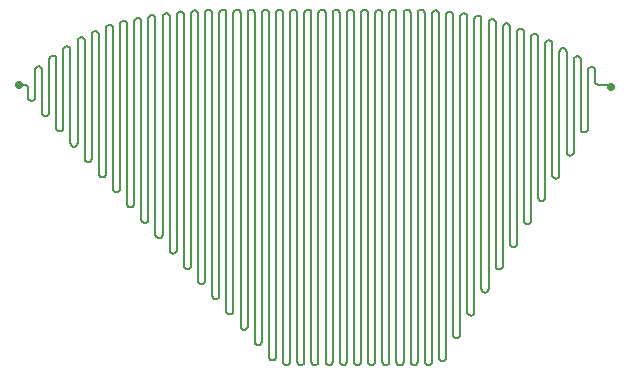
<source format=gbr>
G04 #@! TF.GenerationSoftware,KiCad,Pcbnew,(5.1.5)-3*
G04 #@! TF.CreationDate,2021-10-24T21:58:59+02:00*
G04 #@! TF.ProjectId,seg3,73656733-2e6b-4696-9361-645f70636258,1*
G04 #@! TF.SameCoordinates,Original*
G04 #@! TF.FileFunction,Copper,L1,Top*
G04 #@! TF.FilePolarity,Positive*
%FSLAX46Y46*%
G04 Gerber Fmt 4.6, Leading zero omitted, Abs format (unit mm)*
G04 Created by KiCad (PCBNEW (5.1.5)-3) date 2021-10-24 21:58:59*
%MOMM*%
%LPD*%
G04 APERTURE LIST*
%ADD10C,0.700000*%
%ADD11C,0.152400*%
G04 APERTURE END LIST*
D10*
X162630994Y-77536077D03*
X112530535Y-77339131D03*
D11*
X160140781Y-81276177D02*
X160188284Y-81323680D01*
X160105040Y-81219296D02*
X160140781Y-81276177D01*
X160667809Y-81155887D02*
X160675331Y-81089131D01*
X160082852Y-81155887D02*
X160105040Y-81219296D01*
X161267809Y-76072375D02*
X161275331Y-76139131D01*
X160075331Y-81089131D02*
X160082852Y-81155887D01*
X160075331Y-75239131D02*
X160075331Y-81089131D01*
X162539830Y-77444913D02*
X162630994Y-77536077D01*
X160067809Y-75172375D02*
X160075331Y-75239131D01*
X161388284Y-77273681D02*
X161445165Y-77309422D01*
X160045621Y-75108966D02*
X160067809Y-75172375D01*
X160609880Y-81276177D02*
X160645621Y-81219296D01*
X160009880Y-75052085D02*
X160045621Y-75108966D01*
X159962377Y-75004582D02*
X160009880Y-75052085D01*
X161209880Y-75952085D02*
X161245621Y-76008966D01*
X159905496Y-74968841D02*
X159962377Y-75004582D01*
X161105496Y-75868841D02*
X161162377Y-75904582D01*
X159842087Y-74946653D02*
X159905496Y-74968841D01*
X160562377Y-81323680D02*
X160609880Y-81276177D01*
X159775331Y-74939131D02*
X159842087Y-74946653D01*
X160245165Y-81359421D02*
X160308574Y-81381609D01*
X159708574Y-74946653D02*
X159775331Y-74939131D01*
X160188284Y-81323680D02*
X160245165Y-81359421D01*
X159645165Y-74968841D02*
X159708574Y-74946653D01*
X159588284Y-75004582D02*
X159645165Y-74968841D01*
X159540781Y-75052085D02*
X159588284Y-75004582D01*
X159505040Y-75108966D02*
X159540781Y-75052085D01*
X159482852Y-75172375D02*
X159505040Y-75108966D01*
X159475331Y-75239131D02*
X159482852Y-75172375D01*
X161162377Y-75904582D02*
X161209880Y-75952085D01*
X159475331Y-83039131D02*
X159475331Y-75239131D01*
X159467809Y-83105887D02*
X159475331Y-83039131D01*
X159445621Y-83169296D02*
X159467809Y-83105887D01*
X159409880Y-83226177D02*
X159445621Y-83169296D01*
X159362377Y-83273680D02*
X159409880Y-83226177D01*
X159305496Y-83309421D02*
X159362377Y-83273680D01*
X159242087Y-83331609D02*
X159305496Y-83309421D01*
X159175331Y-83339131D02*
X159242087Y-83331609D01*
X159108574Y-83331609D02*
X159175331Y-83339131D01*
X161305040Y-77169297D02*
X161340781Y-77226178D01*
X159045165Y-83309421D02*
X159108574Y-83331609D01*
X160845165Y-75868841D02*
X160908574Y-75846653D01*
X158988284Y-83273680D02*
X159045165Y-83309421D01*
X158940781Y-83226177D02*
X158988284Y-83273680D01*
X158905040Y-83169296D02*
X158940781Y-83226177D01*
X158882852Y-83105887D02*
X158905040Y-83169296D01*
X158875331Y-83039131D02*
X158882852Y-83105887D01*
X161275331Y-77039131D02*
X161282852Y-77105888D01*
X158875331Y-74539131D02*
X158875331Y-83039131D01*
X158867809Y-74472375D02*
X158875331Y-74539131D01*
X158845621Y-74408966D02*
X158867809Y-74472375D01*
X158809880Y-74352085D02*
X158845621Y-74408966D01*
X158762377Y-74304582D02*
X158809880Y-74352085D01*
X158705496Y-74268841D02*
X158762377Y-74304582D01*
X158642087Y-74246653D02*
X158705496Y-74268841D01*
X161508574Y-77331610D02*
X161575331Y-77339131D01*
X158575331Y-74239131D02*
X158642087Y-74246653D01*
X158508574Y-74246653D02*
X158575331Y-74239131D01*
X158445165Y-74268841D02*
X158508574Y-74246653D01*
X161245621Y-76008966D02*
X161267809Y-76072375D01*
X158388284Y-74304582D02*
X158445165Y-74268841D01*
X158340781Y-74352085D02*
X158388284Y-74304582D01*
X158305040Y-74408966D02*
X158340781Y-74352085D01*
X158282852Y-74472375D02*
X158305040Y-74408966D01*
X158275331Y-74539131D02*
X158282852Y-74472375D01*
X161275331Y-76139131D02*
X161275331Y-77039131D01*
X158275331Y-84989131D02*
X158275331Y-74539131D01*
X160645621Y-81219296D02*
X160667809Y-81155887D01*
X158267809Y-85055887D02*
X158275331Y-84989131D01*
X160908574Y-75846653D02*
X160975331Y-75839131D01*
X158245621Y-85119296D02*
X158267809Y-85055887D01*
X158209880Y-85176177D02*
X158245621Y-85119296D01*
X158162377Y-85223680D02*
X158209880Y-85176177D01*
X158105496Y-85259421D02*
X158162377Y-85223680D01*
X160788284Y-75904582D02*
X160845165Y-75868841D01*
X158042087Y-85281609D02*
X158105496Y-85259421D01*
X157975331Y-85289131D02*
X158042087Y-85281609D01*
X160442087Y-81381609D02*
X160505496Y-81359421D01*
X157908574Y-85281609D02*
X157975331Y-85289131D01*
X157845165Y-85259421D02*
X157908574Y-85281609D01*
X157788284Y-85223680D02*
X157845165Y-85259421D01*
X161340781Y-77226178D02*
X161388284Y-77273681D01*
X157740781Y-85176177D02*
X157788284Y-85223680D01*
X157705040Y-85119296D02*
X157740781Y-85176177D01*
X157682852Y-85055887D02*
X157705040Y-85119296D01*
X160740781Y-75952085D02*
X160788284Y-75904582D01*
X157675331Y-84989131D02*
X157682852Y-85055887D01*
X160675331Y-76139131D02*
X160682852Y-76072375D01*
X157675331Y-73889131D02*
X157675331Y-84989131D01*
X157667809Y-73822375D02*
X157675331Y-73889131D01*
X157645621Y-73758966D02*
X157667809Y-73822375D01*
X160308574Y-81381609D02*
X160375331Y-81389131D01*
X157609880Y-73702085D02*
X157645621Y-73758966D01*
X157562377Y-73654582D02*
X157609880Y-73702085D01*
X157505496Y-73618841D02*
X157562377Y-73654582D01*
X161575331Y-77339131D02*
X162434048Y-77339131D01*
X157442087Y-73596653D02*
X157505496Y-73618841D01*
X157375331Y-73589131D02*
X157442087Y-73596653D01*
X161445165Y-77309422D02*
X161508574Y-77331610D01*
X157308574Y-73596653D02*
X157375331Y-73589131D01*
X157245165Y-73618841D02*
X157308574Y-73596653D01*
X157188284Y-73654582D02*
X157245165Y-73618841D01*
X157140781Y-73702085D02*
X157188284Y-73654582D01*
X160375331Y-81389131D02*
X160442087Y-81381609D01*
X157105040Y-73758966D02*
X157140781Y-73702085D01*
X157082852Y-73822375D02*
X157105040Y-73758966D01*
X161282852Y-77105888D02*
X161305040Y-77169297D01*
X157075331Y-73889131D02*
X157082852Y-73822375D01*
X157075331Y-86889131D02*
X157075331Y-73889131D01*
X157067809Y-86955887D02*
X157075331Y-86889131D01*
X157045621Y-87019296D02*
X157067809Y-86955887D01*
X157009880Y-87076177D02*
X157045621Y-87019296D01*
X156962377Y-87123680D02*
X157009880Y-87076177D01*
X156905496Y-87159421D02*
X156962377Y-87123680D01*
X156842087Y-87181609D02*
X156905496Y-87159421D01*
X160505496Y-81359421D02*
X160562377Y-81323680D01*
X156775331Y-87189131D02*
X156842087Y-87181609D01*
X156708574Y-87181609D02*
X156775331Y-87189131D01*
X156645165Y-87159421D02*
X156708574Y-87181609D01*
X156588284Y-87123680D02*
X156645165Y-87159421D01*
X156540781Y-87076177D02*
X156588284Y-87123680D01*
X156505040Y-87019296D02*
X156540781Y-87076177D01*
X156482852Y-86955887D02*
X156505040Y-87019296D01*
X156475331Y-86889131D02*
X156482852Y-86955887D01*
X160975331Y-75839131D02*
X161042087Y-75846653D01*
X156475331Y-73339131D02*
X156475331Y-86889131D01*
X156467809Y-73272375D02*
X156475331Y-73339131D01*
X156445621Y-73208966D02*
X156467809Y-73272375D01*
X156409880Y-73152085D02*
X156445621Y-73208966D01*
X156362377Y-73104582D02*
X156409880Y-73152085D01*
X156305496Y-73068841D02*
X156362377Y-73104582D01*
X160675331Y-81089131D02*
X160675331Y-76139131D01*
X156242087Y-73046653D02*
X156305496Y-73068841D01*
X156175331Y-73039131D02*
X156242087Y-73046653D01*
X156108574Y-73046653D02*
X156175331Y-73039131D01*
X160682852Y-76072375D02*
X160705040Y-76008966D01*
X156045165Y-73068841D02*
X156108574Y-73046653D01*
X155988284Y-73104582D02*
X156045165Y-73068841D01*
X155940781Y-73152085D02*
X155988284Y-73104582D01*
X155905040Y-73208966D02*
X155940781Y-73152085D01*
X155882852Y-73272375D02*
X155905040Y-73208966D01*
X155875331Y-73339131D02*
X155882852Y-73272375D01*
X155875331Y-88839131D02*
X155875331Y-73339131D01*
X155867809Y-88905887D02*
X155875331Y-88839131D01*
X155845621Y-88969296D02*
X155867809Y-88905887D01*
X155809880Y-89026177D02*
X155845621Y-88969296D01*
X155762377Y-89073680D02*
X155809880Y-89026177D01*
X162434048Y-77339131D02*
X162539830Y-77444913D01*
X155705496Y-89109421D02*
X155762377Y-89073680D01*
X155642087Y-89131609D02*
X155705496Y-89109421D01*
X155575331Y-89139131D02*
X155642087Y-89131609D01*
X155508574Y-89131609D02*
X155575331Y-89139131D01*
X161042087Y-75846653D02*
X161105496Y-75868841D01*
X155445165Y-89109421D02*
X155508574Y-89131609D01*
X155388284Y-89073680D02*
X155445165Y-89109421D01*
X155340781Y-89026177D02*
X155388284Y-89073680D01*
X155305040Y-88969296D02*
X155340781Y-89026177D01*
X155282852Y-88905887D02*
X155305040Y-88969296D01*
X155275331Y-88839131D02*
X155282852Y-88905887D01*
X155275331Y-72889131D02*
X155275331Y-88839131D01*
X160705040Y-76008966D02*
X160740781Y-75952085D01*
X155267809Y-72822375D02*
X155275331Y-72889131D01*
X155245621Y-72758966D02*
X155267809Y-72822375D01*
X155209880Y-72702085D02*
X155245621Y-72758966D01*
X155162377Y-72654582D02*
X155209880Y-72702085D01*
X155105496Y-72618841D02*
X155162377Y-72654582D01*
X155042087Y-72596653D02*
X155105496Y-72618841D01*
X154975331Y-72589131D02*
X155042087Y-72596653D01*
X154908574Y-72596653D02*
X154975331Y-72589131D01*
X154845165Y-72618841D02*
X154908574Y-72596653D01*
X154788284Y-72654582D02*
X154845165Y-72618841D01*
X154740781Y-72702085D02*
X154788284Y-72654582D01*
X154705040Y-72758966D02*
X154740781Y-72702085D01*
X154682852Y-72822375D02*
X154705040Y-72758966D01*
X154675331Y-72889131D02*
X154682852Y-72822375D01*
X154675331Y-90789131D02*
X154675331Y-72889131D01*
X154667809Y-90855887D02*
X154675331Y-90789131D01*
X154645621Y-90919296D02*
X154667809Y-90855887D01*
X154609880Y-90976177D02*
X154645621Y-90919296D01*
X154562377Y-91023680D02*
X154609880Y-90976177D01*
X154505496Y-91059421D02*
X154562377Y-91023680D01*
X154442087Y-91081609D02*
X154505496Y-91059421D01*
X154375331Y-91089131D02*
X154442087Y-91081609D01*
X154308574Y-91081609D02*
X154375331Y-91089131D01*
X154245165Y-91059421D02*
X154308574Y-91081609D01*
X154188284Y-91023680D02*
X154245165Y-91059421D01*
X154140781Y-90976177D02*
X154188284Y-91023680D01*
X154105040Y-90919296D02*
X154140781Y-90976177D01*
X154082852Y-90855887D02*
X154105040Y-90919296D01*
X154075331Y-90789131D02*
X154082852Y-90855887D01*
X154075331Y-72439131D02*
X154075331Y-90789131D01*
X154067809Y-72372375D02*
X154075331Y-72439131D01*
X154045621Y-72308966D02*
X154067809Y-72372375D01*
X154009880Y-72252085D02*
X154045621Y-72308966D01*
X153962377Y-72204582D02*
X154009880Y-72252085D01*
X153905496Y-72168841D02*
X153962377Y-72204582D01*
X153842087Y-72146653D02*
X153905496Y-72168841D01*
X153775331Y-72139131D02*
X153842087Y-72146653D01*
X153708574Y-72146653D02*
X153775331Y-72139131D01*
X153645165Y-72168841D02*
X153708574Y-72146653D01*
X153588284Y-72204582D02*
X153645165Y-72168841D01*
X153540781Y-72252085D02*
X153588284Y-72204582D01*
X153505040Y-72308966D02*
X153540781Y-72252085D01*
X153482852Y-72372375D02*
X153505040Y-72308966D01*
X153475331Y-72439131D02*
X153482852Y-72372375D01*
X153475331Y-92689131D02*
X153475331Y-72439131D01*
X153467809Y-92755887D02*
X153475331Y-92689131D01*
X153445621Y-92819296D02*
X153467809Y-92755887D01*
X153409880Y-92876177D02*
X153445621Y-92819296D01*
X153362377Y-92923680D02*
X153409880Y-92876177D01*
X153305496Y-92959421D02*
X153362377Y-92923680D01*
X153242087Y-92981609D02*
X153305496Y-92959421D01*
X153175331Y-92989131D02*
X153242087Y-92981609D01*
X153108574Y-92981609D02*
X153175331Y-92989131D01*
X153045165Y-92959421D02*
X153108574Y-92981609D01*
X152988284Y-92923680D02*
X153045165Y-92959421D01*
X152940781Y-92876177D02*
X152988284Y-92923680D01*
X152905040Y-92819296D02*
X152940781Y-92876177D01*
X152882852Y-92755887D02*
X152905040Y-92819296D01*
X152875331Y-92689131D02*
X152882852Y-92755887D01*
X152875331Y-72089131D02*
X152875331Y-92689131D01*
X152867809Y-72022375D02*
X152875331Y-72089131D01*
X152845621Y-71958966D02*
X152867809Y-72022375D01*
X152809880Y-71902085D02*
X152845621Y-71958966D01*
X152762377Y-71854582D02*
X152809880Y-71902085D01*
X152705496Y-71818841D02*
X152762377Y-71854582D01*
X152642087Y-71796653D02*
X152705496Y-71818841D01*
X152575331Y-71789131D02*
X152642087Y-71796653D01*
X152508574Y-71796653D02*
X152575331Y-71789131D01*
X152445165Y-71818841D02*
X152508574Y-71796653D01*
X152388284Y-71854582D02*
X152445165Y-71818841D01*
X152340781Y-71902085D02*
X152388284Y-71854582D01*
X152305040Y-71958966D02*
X152340781Y-71902085D01*
X152282852Y-72022375D02*
X152305040Y-71958966D01*
X152275331Y-72089131D02*
X152282852Y-72022375D01*
X152275331Y-94639131D02*
X152275331Y-72089131D01*
X152267809Y-94705887D02*
X152275331Y-94639131D01*
X152245621Y-94769296D02*
X152267809Y-94705887D01*
X152209880Y-94826177D02*
X152245621Y-94769296D01*
X152162377Y-94873680D02*
X152209880Y-94826177D01*
X152105496Y-94909421D02*
X152162377Y-94873680D01*
X152042087Y-94931609D02*
X152105496Y-94909421D01*
X151975331Y-94939131D02*
X152042087Y-94931609D01*
X151908574Y-94931609D02*
X151975331Y-94939131D01*
X151845165Y-94909421D02*
X151908574Y-94931609D01*
X151788284Y-94873680D02*
X151845165Y-94909421D01*
X151740781Y-94826177D02*
X151788284Y-94873680D01*
X151705040Y-94769296D02*
X151740781Y-94826177D01*
X151682852Y-94705887D02*
X151705040Y-94769296D01*
X151675331Y-94639131D02*
X151682852Y-94705887D01*
X151675331Y-71789131D02*
X151675331Y-94639131D01*
X151667809Y-71722375D02*
X151675331Y-71789131D01*
X151645621Y-71658966D02*
X151667809Y-71722375D01*
X151609880Y-71602085D02*
X151645621Y-71658966D01*
X151562377Y-71554582D02*
X151609880Y-71602085D01*
X151505496Y-71518841D02*
X151562377Y-71554582D01*
X151442087Y-71496653D02*
X151505496Y-71518841D01*
X151375331Y-71489131D02*
X151442087Y-71496653D01*
X151308574Y-71496653D02*
X151375331Y-71489131D01*
X151245165Y-71518841D02*
X151308574Y-71496653D01*
X151188284Y-71554582D02*
X151245165Y-71518841D01*
X151140781Y-71602085D02*
X151188284Y-71554582D01*
X151105040Y-71658966D02*
X151140781Y-71602085D01*
X151082852Y-71722375D02*
X151105040Y-71658966D01*
X151075331Y-71789131D02*
X151082852Y-71722375D01*
X151075331Y-96589131D02*
X151075331Y-71789131D01*
X151067809Y-96655887D02*
X151075331Y-96589131D01*
X151045621Y-96719296D02*
X151067809Y-96655887D01*
X151009880Y-96776177D02*
X151045621Y-96719296D01*
X150962377Y-96823680D02*
X151009880Y-96776177D01*
X150905496Y-96859421D02*
X150962377Y-96823680D01*
X150842087Y-96881609D02*
X150905496Y-96859421D01*
X150775331Y-96889131D02*
X150842087Y-96881609D01*
X150708574Y-96881609D02*
X150775331Y-96889131D01*
X150645165Y-96859421D02*
X150708574Y-96881609D01*
X150588284Y-96823680D02*
X150645165Y-96859421D01*
X150540781Y-96776177D02*
X150588284Y-96823680D01*
X150505040Y-96719296D02*
X150540781Y-96776177D01*
X150482852Y-96655887D02*
X150505040Y-96719296D01*
X150475331Y-96589131D02*
X150482852Y-96655887D01*
X150475331Y-71589131D02*
X150475331Y-96589131D01*
X150467809Y-71522375D02*
X150475331Y-71589131D01*
X150445621Y-71458966D02*
X150467809Y-71522375D01*
X150409880Y-71402085D02*
X150445621Y-71458966D01*
X150362377Y-71354582D02*
X150409880Y-71402085D01*
X150305496Y-71318841D02*
X150362377Y-71354582D01*
X150242087Y-71296653D02*
X150305496Y-71318841D01*
X150175331Y-71289131D02*
X150242087Y-71296653D01*
X150108574Y-71296653D02*
X150175331Y-71289131D01*
X150045165Y-71318841D02*
X150108574Y-71296653D01*
X149988284Y-71354582D02*
X150045165Y-71318841D01*
X149940781Y-71402085D02*
X149988284Y-71354582D01*
X149905040Y-71458966D02*
X149940781Y-71402085D01*
X149882852Y-71522375D02*
X149905040Y-71458966D01*
X149875331Y-71589131D02*
X149882852Y-71522375D01*
X149875331Y-98489131D02*
X149875331Y-71589131D01*
X149867809Y-98555887D02*
X149875331Y-98489131D01*
X149845621Y-98619296D02*
X149867809Y-98555887D01*
X149809880Y-98676177D02*
X149845621Y-98619296D01*
X149762377Y-98723680D02*
X149809880Y-98676177D01*
X149705496Y-98759421D02*
X149762377Y-98723680D01*
X149642087Y-98781609D02*
X149705496Y-98759421D01*
X149575331Y-98789131D02*
X149642087Y-98781609D01*
X149508574Y-98781609D02*
X149575331Y-98789131D01*
X149445165Y-98759421D02*
X149508574Y-98781609D01*
X149388284Y-98723680D02*
X149445165Y-98759421D01*
X149340781Y-98676177D02*
X149388284Y-98723680D01*
X149305040Y-98619296D02*
X149340781Y-98676177D01*
X149282852Y-98555887D02*
X149305040Y-98619296D01*
X149275331Y-98489131D02*
X149282852Y-98555887D01*
X149275331Y-71439131D02*
X149275331Y-98489131D01*
X149267809Y-71372375D02*
X149275331Y-71439131D01*
X149245621Y-71308966D02*
X149267809Y-71372375D01*
X149209880Y-71252085D02*
X149245621Y-71308966D01*
X149162377Y-71204582D02*
X149209880Y-71252085D01*
X149105496Y-71168841D02*
X149162377Y-71204582D01*
X149042087Y-71146653D02*
X149105496Y-71168841D01*
X148975331Y-71139131D02*
X149042087Y-71146653D01*
X148908574Y-71146653D02*
X148975331Y-71139131D01*
X148845165Y-71168841D02*
X148908574Y-71146653D01*
X148788284Y-71204582D02*
X148845165Y-71168841D01*
X148740781Y-71252085D02*
X148788284Y-71204582D01*
X148705040Y-71308966D02*
X148740781Y-71252085D01*
X148682852Y-71372375D02*
X148705040Y-71308966D01*
X148675331Y-71439131D02*
X148682852Y-71372375D01*
X148675331Y-100439131D02*
X148675331Y-71439131D01*
X148667809Y-100505887D02*
X148675331Y-100439131D01*
X148645621Y-100569296D02*
X148667809Y-100505887D01*
X148609880Y-100626177D02*
X148645621Y-100569296D01*
X148562377Y-100673680D02*
X148609880Y-100626177D01*
X148505496Y-100709421D02*
X148562377Y-100673680D01*
X148442087Y-100731609D02*
X148505496Y-100709421D01*
X148375331Y-100739131D02*
X148442087Y-100731609D01*
X148308574Y-100731609D02*
X148375331Y-100739131D01*
X148245165Y-100709421D02*
X148308574Y-100731609D01*
X148188284Y-100673680D02*
X148245165Y-100709421D01*
X148140781Y-100626177D02*
X148188284Y-100673680D01*
X148105040Y-100569296D02*
X148140781Y-100626177D01*
X148082852Y-100505887D02*
X148105040Y-100569296D01*
X148075331Y-100439131D02*
X148082852Y-100505887D01*
X148075331Y-71339131D02*
X148075331Y-100439131D01*
X148067809Y-71272375D02*
X148075331Y-71339131D01*
X148045621Y-71208966D02*
X148067809Y-71272375D01*
X148009880Y-71152085D02*
X148045621Y-71208966D01*
X147962377Y-71104582D02*
X148009880Y-71152085D01*
X147905496Y-71068841D02*
X147962377Y-71104582D01*
X147842087Y-71046653D02*
X147905496Y-71068841D01*
X147775331Y-71039131D02*
X147842087Y-71046653D01*
X147708574Y-71046653D02*
X147775331Y-71039131D01*
X147645165Y-71068841D02*
X147708574Y-71046653D01*
X147588284Y-71104582D02*
X147645165Y-71068841D01*
X147540781Y-71152085D02*
X147588284Y-71104582D01*
X147505040Y-71208966D02*
X147540781Y-71152085D01*
X147482852Y-71272375D02*
X147505040Y-71208966D01*
X147475331Y-71339131D02*
X147482852Y-71272375D01*
X147475331Y-100789131D02*
X147475331Y-71339131D01*
X147467809Y-100855887D02*
X147475331Y-100789131D01*
X147445621Y-100919296D02*
X147467809Y-100855887D01*
X147409880Y-100976177D02*
X147445621Y-100919296D01*
X147362377Y-101023680D02*
X147409880Y-100976177D01*
X147305496Y-101059421D02*
X147362377Y-101023680D01*
X147242087Y-101081609D02*
X147305496Y-101059421D01*
X147175331Y-101089131D02*
X147242087Y-101081609D01*
X147108574Y-101081609D02*
X147175331Y-101089131D01*
X147045165Y-101059421D02*
X147108574Y-101081609D01*
X146988284Y-101023680D02*
X147045165Y-101059421D01*
X146940781Y-100976177D02*
X146988284Y-101023680D01*
X146905040Y-100919296D02*
X146940781Y-100976177D01*
X146882852Y-100855887D02*
X146905040Y-100919296D01*
X146875331Y-100789131D02*
X146882852Y-100855887D01*
X146875331Y-71289131D02*
X146875331Y-100789131D01*
X146867809Y-71222375D02*
X146875331Y-71289131D01*
X146845621Y-71158966D02*
X146867809Y-71222375D01*
X146809880Y-71102085D02*
X146845621Y-71158966D01*
X146762377Y-71054582D02*
X146809880Y-71102085D01*
X146705496Y-71018841D02*
X146762377Y-71054582D01*
X146642087Y-70996653D02*
X146705496Y-71018841D01*
X146575331Y-70989131D02*
X146642087Y-70996653D01*
X146508574Y-70996653D02*
X146575331Y-70989131D01*
X146445165Y-71018841D02*
X146508574Y-70996653D01*
X146388284Y-71054582D02*
X146445165Y-71018841D01*
X146340781Y-71102085D02*
X146388284Y-71054582D01*
X146305040Y-71158966D02*
X146340781Y-71102085D01*
X146282852Y-71222375D02*
X146305040Y-71158966D01*
X146275331Y-71289131D02*
X146282852Y-71222375D01*
X146275331Y-100789131D02*
X146275331Y-71289131D01*
X146267809Y-100855887D02*
X146275331Y-100789131D01*
X146245621Y-100919296D02*
X146267809Y-100855887D01*
X146209880Y-100976177D02*
X146245621Y-100919296D01*
X146162377Y-101023680D02*
X146209880Y-100976177D01*
X146105496Y-101059421D02*
X146162377Y-101023680D01*
X146042087Y-101081609D02*
X146105496Y-101059421D01*
X145975331Y-101089131D02*
X146042087Y-101081609D01*
X145908574Y-101081609D02*
X145975331Y-101089131D01*
X145845165Y-101059421D02*
X145908574Y-101081609D01*
X145788284Y-101023680D02*
X145845165Y-101059421D01*
X129242087Y-95481609D02*
X129305496Y-95459421D01*
X143245621Y-71158966D02*
X143267809Y-71222375D01*
X129108574Y-95481609D02*
X129175331Y-95489131D01*
X144305496Y-71018841D02*
X144362377Y-71054582D01*
X128988284Y-95423680D02*
X129045165Y-95459421D01*
X143882852Y-71222375D02*
X143905040Y-71158966D01*
X128940781Y-95376177D02*
X128988284Y-95423680D01*
X144362377Y-71054582D02*
X144409880Y-71102085D01*
X128882852Y-95255887D02*
X128905040Y-95319296D01*
X143988284Y-71054582D02*
X144045165Y-71018841D01*
X128875331Y-95189131D02*
X128882852Y-95255887D01*
X142308574Y-101081609D02*
X142375331Y-101089131D01*
X128809880Y-71102085D02*
X128845621Y-71158966D01*
X144467809Y-71222375D02*
X144475331Y-71289131D01*
X128762377Y-71054582D02*
X128809880Y-71102085D01*
X143508574Y-101081609D02*
X143575331Y-101089131D01*
X128705496Y-71018841D02*
X128762377Y-71054582D01*
X144045165Y-71018841D02*
X144108574Y-70996653D01*
X128642087Y-70996653D02*
X128705496Y-71018841D01*
X143042087Y-70996653D02*
X143105496Y-71018841D01*
X128508574Y-70996653D02*
X128575331Y-70989131D01*
X143575331Y-101089131D02*
X143642087Y-101081609D01*
X128340781Y-71102085D02*
X128388284Y-71054582D01*
X143762377Y-101023680D02*
X143809880Y-100976177D01*
X128305040Y-71158966D02*
X128340781Y-71102085D01*
X143809880Y-100976177D02*
X143845621Y-100919296D01*
X128275331Y-71289131D02*
X128282852Y-71222375D01*
X143305040Y-100919296D02*
X143340781Y-100976177D01*
X128245621Y-94069296D02*
X128267809Y-94005887D01*
X143209880Y-71102085D02*
X143245621Y-71158966D01*
X128105496Y-94209421D02*
X128162377Y-94173680D01*
X143162377Y-71054582D02*
X143209880Y-71102085D01*
X128042087Y-94231609D02*
X128105496Y-94209421D01*
X143275331Y-100789131D02*
X143282852Y-100855887D01*
X127908574Y-94231609D02*
X127975331Y-94239131D01*
X145245165Y-71018841D02*
X145308574Y-70996653D01*
X127845165Y-94209421D02*
X127908574Y-94231609D01*
X140875331Y-71289131D02*
X140875331Y-100789131D01*
X127788284Y-94173680D02*
X127845165Y-94209421D01*
X141362377Y-101023680D02*
X141409880Y-100976177D01*
X127740781Y-94126177D02*
X127788284Y-94173680D01*
X142140781Y-100976177D02*
X142188284Y-101023680D01*
X127705040Y-94069296D02*
X127740781Y-94126177D01*
X141842087Y-70996653D02*
X141905496Y-71018841D01*
X127682852Y-94005887D02*
X127705040Y-94069296D01*
X142067809Y-71222375D02*
X142075331Y-71289131D01*
X127675331Y-93939131D02*
X127682852Y-94005887D01*
X142082852Y-100855887D02*
X142105040Y-100919296D01*
X127675331Y-71339131D02*
X127675331Y-93939131D01*
X140867809Y-71222375D02*
X140875331Y-71289131D01*
X127667809Y-71272375D02*
X127675331Y-71339131D01*
X141175331Y-101089131D02*
X141242087Y-101081609D01*
X127645621Y-71208966D02*
X127667809Y-71272375D01*
X139845165Y-101059421D02*
X139908574Y-101081609D01*
X127609880Y-71152085D02*
X127645621Y-71208966D01*
X141445621Y-100919296D02*
X141467809Y-100855887D01*
X127562377Y-71104582D02*
X127609880Y-71152085D01*
X142105040Y-100919296D02*
X142140781Y-100976177D01*
X127505496Y-71068841D02*
X127562377Y-71104582D01*
X139908574Y-101081609D02*
X139975331Y-101089131D01*
X127442087Y-71046653D02*
X127505496Y-71068841D01*
X140905040Y-100919296D02*
X140940781Y-100976177D01*
X127375331Y-71039131D02*
X127442087Y-71046653D01*
X140305040Y-71158966D02*
X140340781Y-71102085D01*
X127308574Y-71046653D02*
X127375331Y-71039131D01*
X141475331Y-100789131D02*
X141475331Y-71289131D01*
X127245165Y-71068841D02*
X127308574Y-71046653D01*
X141482852Y-71222375D02*
X141505040Y-71158966D01*
X127188284Y-71104582D02*
X127245165Y-71068841D01*
X142245165Y-101059421D02*
X142308574Y-101081609D01*
X127140781Y-71152085D02*
X127188284Y-71104582D01*
X140940781Y-100976177D02*
X140988284Y-101023680D01*
X127105040Y-71208966D02*
X127140781Y-71152085D01*
X142075331Y-71289131D02*
X142075331Y-100789131D01*
X127082852Y-71272375D02*
X127105040Y-71208966D01*
X140508574Y-70996653D02*
X140575331Y-70989131D01*
X127075331Y-71339131D02*
X127082852Y-71272375D01*
X140882852Y-100855887D02*
X140905040Y-100919296D01*
X127075331Y-92639131D02*
X127075331Y-71339131D01*
X140267809Y-100855887D02*
X140275331Y-100789131D01*
X127067809Y-92705887D02*
X127075331Y-92639131D01*
X142045621Y-71158966D02*
X142067809Y-71222375D01*
X127045621Y-92769296D02*
X127067809Y-92705887D01*
X142188284Y-101023680D02*
X142245165Y-101059421D01*
X127009880Y-92826177D02*
X127045621Y-92769296D01*
X140809880Y-71102085D02*
X140845621Y-71158966D01*
X126962377Y-92873680D02*
X127009880Y-92826177D01*
X141708574Y-70996653D02*
X141775331Y-70989131D01*
X126905496Y-92909421D02*
X126962377Y-92873680D01*
X140705496Y-71018841D02*
X140762377Y-71054582D01*
X126842087Y-92931609D02*
X126905496Y-92909421D01*
X140245621Y-100919296D02*
X140267809Y-100855887D01*
X126775331Y-92939131D02*
X126842087Y-92931609D01*
X140275331Y-100789131D02*
X140275331Y-71289131D01*
X126708574Y-92931609D02*
X126775331Y-92939131D01*
X139705040Y-100919296D02*
X139740781Y-100976177D01*
X126645165Y-92909421D02*
X126708574Y-92931609D01*
X142975331Y-70989131D02*
X143042087Y-70996653D01*
X126588284Y-92873680D02*
X126645165Y-92909421D01*
X142009880Y-71102085D02*
X142045621Y-71158966D01*
X126540781Y-92826177D02*
X126588284Y-92873680D01*
X141467809Y-100855887D02*
X141475331Y-100789131D01*
X126505040Y-92769296D02*
X126540781Y-92826177D01*
X141962377Y-71054582D02*
X142009880Y-71102085D01*
X126482852Y-92705887D02*
X126505040Y-92769296D01*
X140642087Y-70996653D02*
X140705496Y-71018841D01*
X126475331Y-92639131D02*
X126482852Y-92705887D01*
X140162377Y-101023680D02*
X140209880Y-100976177D01*
X126475331Y-71439131D02*
X126475331Y-92639131D01*
X143388284Y-101023680D02*
X143445165Y-101059421D01*
X126467809Y-71372375D02*
X126475331Y-71439131D01*
X141645165Y-71018841D02*
X141708574Y-70996653D01*
X126445621Y-71308966D02*
X126467809Y-71372375D01*
X140209880Y-100976177D02*
X140245621Y-100919296D01*
X126409880Y-71252085D02*
X126445621Y-71308966D01*
X142645621Y-100919296D02*
X142667809Y-100855887D01*
X126362377Y-71204582D02*
X126409880Y-71252085D01*
X141409880Y-100976177D02*
X141445621Y-100919296D01*
X126305496Y-71168841D02*
X126362377Y-71204582D01*
X141242087Y-101081609D02*
X141305496Y-101059421D01*
X126242087Y-71146653D02*
X126305496Y-71168841D01*
X142609880Y-100976177D02*
X142645621Y-100919296D01*
X126175331Y-71139131D02*
X126242087Y-71146653D01*
X141588284Y-71054582D02*
X141645165Y-71018841D01*
X126108574Y-71146653D02*
X126175331Y-71139131D01*
X139740781Y-100976177D02*
X139788284Y-101023680D01*
X126045165Y-71168841D02*
X126108574Y-71146653D01*
X141905496Y-71018841D02*
X141962377Y-71054582D01*
X125988284Y-71204582D02*
X126045165Y-71168841D01*
X140445165Y-71018841D02*
X140508574Y-70996653D01*
X125940781Y-71252085D02*
X125988284Y-71204582D01*
X141475331Y-71289131D02*
X141482852Y-71222375D01*
X125905040Y-71308966D02*
X125940781Y-71252085D01*
X143267809Y-71222375D02*
X143275331Y-71289131D01*
X125882852Y-71372375D02*
X125905040Y-71308966D01*
X141305496Y-101059421D02*
X141362377Y-101023680D01*
X125875331Y-71439131D02*
X125882852Y-71372375D01*
X142075331Y-100789131D02*
X142082852Y-100855887D01*
X125875331Y-91339131D02*
X125875331Y-71439131D01*
X141540781Y-71102085D02*
X141588284Y-71054582D01*
X125867809Y-91405887D02*
X125875331Y-91339131D01*
X140762377Y-71054582D02*
X140809880Y-71102085D01*
X125845621Y-91469296D02*
X125867809Y-91405887D01*
X142705040Y-71158966D02*
X142740781Y-71102085D01*
X125809880Y-91526177D02*
X125845621Y-91469296D01*
X140282852Y-71222375D02*
X140305040Y-71158966D01*
X125762377Y-91573680D02*
X125809880Y-91526177D01*
X141775331Y-70989131D02*
X141842087Y-70996653D01*
X125705496Y-91609421D02*
X125762377Y-91573680D01*
X141505040Y-71158966D02*
X141540781Y-71102085D01*
X125642087Y-91631609D02*
X125705496Y-91609421D01*
X140875331Y-100789131D02*
X140882852Y-100855887D01*
X125575331Y-91639131D02*
X125642087Y-91631609D01*
X143445165Y-101059421D02*
X143508574Y-101081609D01*
X125508574Y-91631609D02*
X125575331Y-91639131D01*
X140575331Y-70989131D02*
X140642087Y-70996653D01*
X125445165Y-91609421D02*
X125508574Y-91631609D01*
X140988284Y-101023680D02*
X141045165Y-101059421D01*
X125388284Y-91573680D02*
X125445165Y-91609421D01*
X143705496Y-101059421D02*
X143762377Y-101023680D01*
X125340781Y-91526177D02*
X125388284Y-91573680D01*
X140340781Y-71102085D02*
X140388284Y-71054582D01*
X125305040Y-91469296D02*
X125340781Y-91526177D01*
X143642087Y-101081609D02*
X143705496Y-101059421D01*
X125282852Y-91405887D02*
X125305040Y-91469296D01*
X138708574Y-101081609D02*
X138775331Y-101089131D01*
X125275331Y-91339131D02*
X125282852Y-91405887D01*
X137267809Y-71222375D02*
X137275331Y-71289131D01*
X125275331Y-71589131D02*
X125275331Y-91339131D01*
X137940781Y-71102085D02*
X137988284Y-71054582D01*
X125267809Y-71522375D02*
X125275331Y-71589131D01*
X138842087Y-101081609D02*
X138905496Y-101059421D01*
X125245621Y-71458966D02*
X125267809Y-71522375D01*
X137575331Y-101089131D02*
X137642087Y-101081609D01*
X125209880Y-71402085D02*
X125245621Y-71458966D01*
X137275331Y-100789131D02*
X137282852Y-100855887D01*
X125162377Y-71354582D02*
X125209880Y-71402085D01*
X137388284Y-101023680D02*
X137445165Y-101059421D01*
X125105496Y-71318841D02*
X125162377Y-71354582D01*
X139645621Y-71158966D02*
X139667809Y-71222375D01*
X125042087Y-71296653D02*
X125105496Y-71318841D01*
X139188284Y-71054582D02*
X139245165Y-71018841D01*
X124975331Y-71289131D02*
X125042087Y-71296653D01*
X137275331Y-71289131D02*
X137275331Y-100789131D01*
X124908574Y-71296653D02*
X124975331Y-71289131D01*
X139082852Y-71222375D02*
X139105040Y-71158966D01*
X124845165Y-71318841D02*
X124908574Y-71296653D01*
X137305040Y-100919296D02*
X137340781Y-100976177D01*
X124788284Y-71354582D02*
X124845165Y-71318841D01*
X138962377Y-101023680D02*
X139009880Y-100976177D01*
X124740781Y-71402085D02*
X124788284Y-71354582D01*
X138482852Y-100855887D02*
X138505040Y-100919296D01*
X124705040Y-71458966D02*
X124740781Y-71402085D01*
X139562377Y-71054582D02*
X139609880Y-71102085D01*
X124682852Y-71522375D02*
X124705040Y-71458966D01*
X139675331Y-100789131D02*
X139682852Y-100855887D01*
X124675331Y-71589131D02*
X124682852Y-71522375D01*
X139140781Y-71102085D02*
X139188284Y-71054582D01*
X124675331Y-90039131D02*
X124675331Y-71589131D01*
X139009880Y-100976177D02*
X139045621Y-100919296D01*
X124667809Y-90105887D02*
X124675331Y-90039131D01*
X137988284Y-71054582D02*
X138045165Y-71018841D01*
X124645621Y-90169296D02*
X124667809Y-90105887D01*
X137705496Y-101059421D02*
X137762377Y-101023680D01*
X124609880Y-90226177D02*
X124645621Y-90169296D01*
X139505496Y-71018841D02*
X139562377Y-71054582D01*
X124562377Y-90273680D02*
X124609880Y-90226177D01*
X138467809Y-71222375D02*
X138475331Y-71289131D01*
X124505496Y-90309421D02*
X124562377Y-90273680D01*
X137905040Y-71158966D02*
X137940781Y-71102085D01*
X124442087Y-90331609D02*
X124505496Y-90309421D01*
X138645165Y-101059421D02*
X138708574Y-101081609D01*
X124375331Y-90339131D02*
X124442087Y-90331609D01*
X139075331Y-71289131D02*
X139082852Y-71222375D01*
X124308574Y-90331609D02*
X124375331Y-90339131D01*
X139675331Y-71289131D02*
X139675331Y-100789131D01*
X124245165Y-90309421D02*
X124308574Y-90331609D01*
X141108574Y-101081609D02*
X141175331Y-101089131D01*
X124188284Y-90273680D02*
X124245165Y-90309421D01*
X139609880Y-71102085D02*
X139645621Y-71158966D01*
X124140781Y-90226177D02*
X124188284Y-90273680D01*
X138409880Y-71102085D02*
X138445621Y-71158966D01*
X124105040Y-90169296D02*
X124140781Y-90226177D01*
X137875331Y-71289131D02*
X137882852Y-71222375D01*
X124082852Y-90105887D02*
X124105040Y-90169296D01*
X140388284Y-71054582D02*
X140445165Y-71018841D01*
X124075331Y-90039131D02*
X124082852Y-90105887D01*
X138588284Y-101023680D02*
X138645165Y-101059421D01*
X124075331Y-71739131D02*
X124075331Y-90039131D01*
X139245165Y-71018841D02*
X139308574Y-70996653D01*
X124067809Y-71672375D02*
X124075331Y-71739131D01*
X139788284Y-101023680D02*
X139845165Y-101059421D01*
X124045621Y-71608966D02*
X124067809Y-71672375D01*
X137867809Y-100855887D02*
X137875331Y-100789131D01*
X124009880Y-71552085D02*
X124045621Y-71608966D01*
X137809880Y-100976177D02*
X137845621Y-100919296D01*
X123962377Y-71504582D02*
X124009880Y-71552085D01*
X139045621Y-100919296D02*
X139067809Y-100855887D01*
X123905496Y-71468841D02*
X123962377Y-71504582D01*
X139682852Y-100855887D02*
X139705040Y-100919296D01*
X123842087Y-71446653D02*
X123905496Y-71468841D01*
X138475331Y-100789131D02*
X138482852Y-100855887D01*
X123775331Y-71439131D02*
X123842087Y-71446653D01*
X140275331Y-71289131D02*
X140282852Y-71222375D01*
X123708574Y-71446653D02*
X123775331Y-71439131D01*
X138540781Y-100976177D02*
X138588284Y-101023680D01*
X123645165Y-71468841D02*
X123708574Y-71446653D01*
X141045165Y-101059421D02*
X141108574Y-101081609D01*
X123588284Y-71504582D02*
X123645165Y-71468841D01*
X138242087Y-70996653D02*
X138305496Y-71018841D01*
X123540781Y-71552085D02*
X123588284Y-71504582D01*
X138108574Y-70996653D02*
X138175331Y-70989131D01*
X123505040Y-71608966D02*
X123540781Y-71552085D01*
X140845621Y-71158966D02*
X140867809Y-71222375D01*
X123482852Y-71672375D02*
X123505040Y-71608966D01*
X139442087Y-70996653D02*
X139505496Y-71018841D01*
X123475331Y-71739131D02*
X123482852Y-71672375D01*
X138475331Y-71289131D02*
X138475331Y-100789131D01*
X123475331Y-88739131D02*
X123475331Y-71739131D01*
X137508574Y-101081609D02*
X137575331Y-101089131D01*
X123467809Y-88805887D02*
X123475331Y-88739131D01*
X139075331Y-100789131D02*
X139075331Y-71289131D01*
X123445621Y-88869296D02*
X123467809Y-88805887D01*
X140105496Y-101059421D02*
X140162377Y-101023680D01*
X123409880Y-88926177D02*
X123445621Y-88869296D01*
X139105040Y-71158966D02*
X139140781Y-71102085D01*
X123362377Y-88973680D02*
X123409880Y-88926177D01*
X137882852Y-71222375D02*
X137905040Y-71158966D01*
X123305496Y-89009421D02*
X123362377Y-88973680D01*
X138445621Y-71158966D02*
X138467809Y-71222375D01*
X123242087Y-89031609D02*
X123305496Y-89009421D01*
X138775331Y-101089131D02*
X138842087Y-101081609D01*
X123175331Y-89039131D02*
X123242087Y-89031609D01*
X139375331Y-70989131D02*
X139442087Y-70996653D01*
X123108574Y-89031609D02*
X123175331Y-89039131D01*
X139308574Y-70996653D02*
X139375331Y-70989131D01*
X123045165Y-89009421D02*
X123108574Y-89031609D01*
X137845621Y-100919296D02*
X137867809Y-100855887D01*
X122988284Y-88973680D02*
X123045165Y-89009421D01*
X140042087Y-101081609D02*
X140105496Y-101059421D01*
X122940781Y-88926177D02*
X122988284Y-88973680D01*
X139975331Y-101089131D02*
X140042087Y-101081609D01*
X122905040Y-88869296D02*
X122940781Y-88926177D01*
X137642087Y-101081609D02*
X137705496Y-101059421D01*
X122882852Y-88805887D02*
X122905040Y-88869296D01*
X138045165Y-71018841D02*
X138108574Y-70996653D01*
X122875331Y-88739131D02*
X122882852Y-88805887D01*
X139667809Y-71222375D02*
X139675331Y-71289131D01*
X122875331Y-71989131D02*
X122875331Y-88739131D01*
X137875331Y-100789131D02*
X137875331Y-71289131D01*
X122867809Y-71922375D02*
X122875331Y-71989131D01*
X138362377Y-71054582D02*
X138409880Y-71102085D01*
X122845621Y-71858966D02*
X122867809Y-71922375D01*
X135108574Y-101081609D02*
X135175331Y-101089131D01*
X122809880Y-71802085D02*
X122845621Y-71858966D01*
X136105040Y-100919296D02*
X136140781Y-100976177D01*
X122762377Y-71754582D02*
X122809880Y-71802085D01*
X136675331Y-100789131D02*
X136675331Y-71289131D01*
X122705496Y-71718841D02*
X122762377Y-71754582D01*
X137042087Y-70996653D02*
X137105496Y-71018841D01*
X122642087Y-71696653D02*
X122705496Y-71718841D01*
X134867809Y-71222375D02*
X134875331Y-71289131D01*
X122575331Y-71689131D02*
X122642087Y-71696653D01*
X135588284Y-71054582D02*
X135645165Y-71018841D01*
X122508574Y-71696653D02*
X122575331Y-71689131D01*
X135905496Y-71018841D02*
X135962377Y-71054582D01*
X122445165Y-71718841D02*
X122508574Y-71696653D01*
X136609880Y-100976177D02*
X136645621Y-100919296D01*
X122388284Y-71754582D02*
X122445165Y-71718841D01*
X136682852Y-71222375D02*
X136705040Y-71158966D01*
X122340781Y-71802085D02*
X122388284Y-71754582D01*
X136140781Y-100976177D02*
X136188284Y-101023680D01*
X122305040Y-71858966D02*
X122340781Y-71802085D01*
X136562377Y-101023680D02*
X136609880Y-100976177D01*
X122282852Y-71922375D02*
X122305040Y-71858966D01*
X136075331Y-100789131D02*
X136082852Y-100855887D01*
X122275331Y-71989131D02*
X122282852Y-71922375D01*
X137209880Y-71102085D02*
X137245621Y-71158966D01*
X122275331Y-87439131D02*
X122275331Y-71989131D01*
X136788284Y-71054582D02*
X136845165Y-71018841D01*
X122267809Y-87505887D02*
X122275331Y-87439131D01*
X138175331Y-70989131D02*
X138242087Y-70996653D01*
X122245621Y-87569296D02*
X122267809Y-87505887D01*
X137762377Y-101023680D02*
X137809880Y-100976177D01*
X122209880Y-87626177D02*
X122245621Y-87569296D01*
X134940781Y-100976177D02*
X134988284Y-101023680D01*
X122162377Y-87673680D02*
X122209880Y-87626177D01*
X137105496Y-71018841D02*
X137162377Y-71054582D01*
X122105496Y-87709421D02*
X122162377Y-87673680D01*
X136442087Y-101081609D02*
X136505496Y-101059421D01*
X122042087Y-87731609D02*
X122105496Y-87709421D01*
X138905496Y-101059421D02*
X138962377Y-101023680D01*
X121975331Y-87739131D02*
X122042087Y-87731609D01*
X137245621Y-71158966D02*
X137267809Y-71222375D01*
X121908574Y-87731609D02*
X121975331Y-87739131D01*
X136067809Y-71222375D02*
X136075331Y-71289131D01*
X121845165Y-87709421D02*
X121908574Y-87731609D01*
X135482852Y-71222375D02*
X135505040Y-71158966D01*
X121788284Y-87673680D02*
X121845165Y-87709421D01*
X139067809Y-100855887D02*
X139075331Y-100789131D01*
X121740781Y-87626177D02*
X121788284Y-87673680D01*
X135962377Y-71054582D02*
X136009880Y-71102085D01*
X121705040Y-87569296D02*
X121740781Y-87626177D01*
X137162377Y-71054582D02*
X137209880Y-71102085D01*
X121682852Y-87505887D02*
X121705040Y-87569296D01*
X136082852Y-100855887D02*
X136105040Y-100919296D01*
X121675331Y-87439131D02*
X121682852Y-87505887D01*
X136075331Y-71289131D02*
X136075331Y-100789131D01*
X121675331Y-72239131D02*
X121675331Y-87439131D01*
X138305496Y-71018841D02*
X138362377Y-71054582D01*
X121667809Y-72172375D02*
X121675331Y-72239131D01*
X135540781Y-71102085D02*
X135588284Y-71054582D01*
X121645621Y-72108966D02*
X121667809Y-72172375D01*
X136245165Y-101059421D02*
X136308574Y-101081609D01*
X121609880Y-72052085D02*
X121645621Y-72108966D01*
X134809880Y-71102085D02*
X134845621Y-71158966D01*
X121562377Y-72004582D02*
X121609880Y-72052085D01*
X138505040Y-100919296D02*
X138540781Y-100976177D01*
X121505496Y-71968841D02*
X121562377Y-72004582D01*
X135475331Y-100789131D02*
X135475331Y-71289131D01*
X121442087Y-71946653D02*
X121505496Y-71968841D01*
X135708574Y-70996653D02*
X135775331Y-70989131D01*
X121375331Y-71939131D02*
X121442087Y-71946653D01*
X135842087Y-70996653D02*
X135905496Y-71018841D01*
X121308574Y-71946653D02*
X121375331Y-71939131D01*
X136308574Y-101081609D02*
X136375331Y-101089131D01*
X121245165Y-71968841D02*
X121308574Y-71946653D01*
X137445165Y-101059421D02*
X137508574Y-101081609D01*
X121188284Y-72004582D02*
X121245165Y-71968841D01*
X134762377Y-71054582D02*
X134809880Y-71102085D01*
X121140781Y-72052085D02*
X121188284Y-72004582D01*
X135445621Y-100919296D02*
X135467809Y-100855887D01*
X121105040Y-72108966D02*
X121140781Y-72052085D01*
X134875331Y-71289131D02*
X134875331Y-100789131D01*
X121082852Y-72172375D02*
X121105040Y-72108966D01*
X135775331Y-70989131D02*
X135842087Y-70996653D01*
X121075331Y-72239131D02*
X121082852Y-72172375D01*
X135467809Y-100855887D02*
X135475331Y-100789131D01*
X121075331Y-86139131D02*
X121075331Y-72239131D01*
X136009880Y-71102085D02*
X136045621Y-71158966D01*
X121067809Y-86205887D02*
X121075331Y-86139131D01*
X135645165Y-71018841D02*
X135708574Y-70996653D01*
X121045621Y-86269296D02*
X121067809Y-86205887D01*
X135475331Y-71289131D02*
X135482852Y-71222375D01*
X121009880Y-86326177D02*
X121045621Y-86269296D01*
X136375331Y-101089131D02*
X136442087Y-101081609D01*
X120962377Y-86373680D02*
X121009880Y-86326177D01*
X134988284Y-101023680D02*
X135045165Y-101059421D01*
X116845621Y-74258966D02*
X116867809Y-74322375D01*
X116809880Y-74202085D02*
X116845621Y-74258966D01*
X116762377Y-74154582D02*
X116809880Y-74202085D01*
X116705496Y-74118841D02*
X116762377Y-74154582D01*
X116642087Y-74096653D02*
X116705496Y-74118841D01*
X116575331Y-74089131D02*
X116642087Y-74096653D01*
X116388284Y-74154582D02*
X116445165Y-74118841D01*
X116340781Y-74202085D02*
X116388284Y-74154582D01*
X116305040Y-74258966D02*
X116340781Y-74202085D01*
X116282852Y-74322375D02*
X116305040Y-74258966D01*
X116275331Y-80989131D02*
X116275331Y-74389131D01*
X116209880Y-81176177D02*
X116245621Y-81119296D01*
X116042087Y-81281609D02*
X116105496Y-81259421D01*
X115975331Y-81289131D02*
X116042087Y-81281609D01*
X115845165Y-81259421D02*
X115908574Y-81281609D01*
X115788284Y-81223680D02*
X115845165Y-81259421D01*
X115740781Y-81176177D02*
X115788284Y-81223680D01*
X115705040Y-81119296D02*
X115740781Y-81176177D01*
X115675331Y-80989131D02*
X115682852Y-81055887D01*
X132540781Y-99276177D02*
X132588284Y-99323680D01*
X115675331Y-75189131D02*
X115675331Y-80989131D01*
X115645621Y-75058966D02*
X115667809Y-75122375D01*
X115562377Y-74954582D02*
X115609880Y-75002085D01*
X115505496Y-74918841D02*
X115562377Y-74954582D01*
X115308574Y-74896653D02*
X115375331Y-74889131D01*
X115245165Y-74918841D02*
X115308574Y-74896653D01*
X133105040Y-71158966D02*
X133140781Y-71102085D01*
X115140781Y-75002085D02*
X115188284Y-74954582D01*
X115082852Y-75122375D02*
X115105040Y-75058966D01*
X128867809Y-71222375D02*
X128875331Y-71289131D01*
X143905040Y-71158966D02*
X143940781Y-71102085D01*
X115075331Y-75189131D02*
X115082852Y-75122375D01*
X120588284Y-86373680D02*
X120645165Y-86409421D01*
X135409880Y-100976177D02*
X135445621Y-100919296D01*
X116445165Y-74118841D02*
X116508574Y-74096653D01*
X134275331Y-71289131D02*
X134282852Y-71222375D01*
X128209880Y-94126177D02*
X128245621Y-94069296D01*
X142667809Y-100855887D02*
X142675331Y-100789131D01*
X115075331Y-79689131D02*
X115075331Y-75189131D01*
X115067809Y-79755887D02*
X115075331Y-79689131D01*
X115045621Y-79819296D02*
X115067809Y-79755887D01*
X129305496Y-95459421D02*
X129362377Y-95423680D01*
X142788284Y-71054582D02*
X142845165Y-71018841D01*
X115009880Y-79876177D02*
X115045621Y-79819296D01*
X114962377Y-79923680D02*
X115009880Y-79876177D01*
X114905496Y-79959421D02*
X114962377Y-79923680D01*
X120475331Y-72589131D02*
X120475331Y-86139131D01*
X136188284Y-101023680D02*
X136245165Y-101059421D01*
X115609880Y-75002085D02*
X115645621Y-75058966D01*
X114842087Y-79981609D02*
X114905496Y-79959421D01*
X128282852Y-71222375D02*
X128305040Y-71158966D01*
X144962377Y-101023680D02*
X145009880Y-100976177D01*
X113845621Y-78519296D02*
X113867809Y-78455887D01*
X116267809Y-81055887D02*
X116275331Y-80989131D01*
X128275331Y-93939131D02*
X128275331Y-71289131D01*
X143340781Y-100976177D02*
X143388284Y-101023680D01*
X113809880Y-78576177D02*
X113845621Y-78519296D01*
X113642087Y-78681609D02*
X113705496Y-78659421D01*
X120540781Y-86326177D02*
X120588284Y-86373680D01*
X136675331Y-71289131D02*
X136682852Y-71222375D01*
X128388284Y-71054582D02*
X128445165Y-71018841D01*
X145082852Y-71222375D02*
X145105040Y-71158966D01*
X113445165Y-78659421D02*
X113508574Y-78681609D01*
X128845621Y-71158966D02*
X128867809Y-71222375D01*
X145009880Y-100976177D02*
X145045621Y-100919296D01*
X113388284Y-78623680D02*
X113445165Y-78659421D01*
X113340781Y-78576177D02*
X113388284Y-78623680D01*
X113042087Y-77346652D02*
X113105496Y-77368840D01*
X113275331Y-78389131D02*
X113282852Y-78455887D01*
X120905496Y-86409421D02*
X120962377Y-86373680D01*
X136908574Y-70996653D02*
X136975331Y-70989131D01*
X113575331Y-78689131D02*
X113642087Y-78681609D01*
X113875331Y-78389131D02*
X113875331Y-76089131D01*
X113305040Y-78519296D02*
X113340781Y-78576177D01*
X120467809Y-72522375D02*
X120475331Y-72589131D01*
X137282852Y-100855887D02*
X137305040Y-100919296D01*
X112530535Y-77339131D02*
X112975331Y-77339131D01*
X113275331Y-77639131D02*
X113275331Y-78389131D01*
X116162377Y-81223680D02*
X116209880Y-81176177D01*
X113209880Y-77452084D02*
X113245621Y-77508965D01*
X116508574Y-74096653D02*
X116575331Y-74089131D01*
X133682852Y-100455887D02*
X133705040Y-100519296D01*
X128267809Y-94005887D02*
X128275331Y-93939131D01*
X143845621Y-100919296D02*
X143867809Y-100855887D01*
X113705496Y-78659421D02*
X113762377Y-78623680D01*
X113105496Y-77368840D02*
X113162377Y-77404581D01*
X120445621Y-72458966D02*
X120467809Y-72522375D01*
X136845165Y-71018841D02*
X136908574Y-70996653D01*
X113162377Y-77404581D02*
X113209880Y-77452084D01*
X115667809Y-75122375D02*
X115675331Y-75189131D01*
X128575331Y-70989131D02*
X128642087Y-70996653D01*
X144540781Y-100976177D02*
X144588284Y-101023680D01*
X113867809Y-78455887D02*
X113875331Y-78389131D01*
X113875331Y-76089131D02*
X113882852Y-76022375D01*
X113267809Y-77572374D02*
X113275331Y-77639131D01*
X115188284Y-74954582D02*
X115245165Y-74918841D01*
X128162377Y-94173680D02*
X128209880Y-94126177D01*
X142675331Y-71289131D02*
X142682852Y-71222375D01*
X114645165Y-79959421D02*
X114708574Y-79981609D01*
X115105040Y-75058966D02*
X115140781Y-75002085D01*
X113508574Y-78681609D02*
X113575331Y-78689131D01*
X112975331Y-77339131D02*
X113042087Y-77346652D01*
X120842087Y-86431609D02*
X120905496Y-86409421D01*
X135305496Y-101059421D02*
X135362377Y-101023680D01*
X113762377Y-78623680D02*
X113809880Y-78576177D01*
X128445165Y-71018841D02*
X128508574Y-70996653D01*
X144588284Y-101023680D02*
X144645165Y-101059421D01*
X114475331Y-79689131D02*
X114482852Y-79755887D01*
X120475331Y-86139131D02*
X120482852Y-86205887D01*
X136975331Y-70989131D02*
X137042087Y-70996653D01*
X116105496Y-81259421D02*
X116162377Y-81223680D01*
X133705040Y-100519296D02*
X133740781Y-100576177D01*
X127975331Y-94239131D02*
X128042087Y-94231609D01*
X145067809Y-100855887D02*
X145075331Y-100789131D01*
X113282852Y-78455887D02*
X113305040Y-78519296D01*
X115908574Y-81281609D02*
X115975331Y-81289131D01*
X113245621Y-77508965D02*
X113267809Y-77572374D01*
X120305496Y-72318841D02*
X120362377Y-72354582D01*
X136045621Y-71158966D02*
X136067809Y-71222375D01*
X113882852Y-76022375D02*
X113905040Y-75958966D01*
X113905040Y-75958966D02*
X113940781Y-75902085D01*
X120409880Y-72402085D02*
X120445621Y-72458966D01*
X137340781Y-100976177D02*
X137388284Y-101023680D01*
X116275331Y-74389131D02*
X116282852Y-74322375D01*
X114045165Y-75818841D02*
X114108574Y-75796653D01*
X113940781Y-75902085D02*
X113988284Y-75854582D01*
X115682852Y-81055887D02*
X115705040Y-81119296D01*
X114445621Y-75958966D02*
X114467809Y-76022375D01*
X113988284Y-75854582D02*
X114045165Y-75818841D01*
X115442087Y-74896653D02*
X115505496Y-74918841D01*
X114505040Y-79819296D02*
X114540781Y-79876177D01*
X116245621Y-81119296D02*
X116267809Y-81055887D01*
X114108574Y-75796653D02*
X114175331Y-75789131D01*
X114409880Y-75902085D02*
X114445621Y-75958966D01*
X114175331Y-75789131D02*
X114242087Y-75796653D01*
X128875331Y-71289131D02*
X128875331Y-95189131D01*
X145188284Y-71054582D02*
X145245165Y-71018841D01*
X114242087Y-75796653D02*
X114305496Y-75818841D01*
X114305496Y-75818841D02*
X114362377Y-75854582D01*
X114362377Y-75854582D02*
X114409880Y-75902085D01*
X115375331Y-74889131D02*
X115442087Y-74896653D01*
X133075331Y-99089131D02*
X133075331Y-71289131D01*
X114467809Y-76022375D02*
X114475331Y-76089131D01*
X114475331Y-76089131D02*
X114475331Y-79689131D01*
X128905040Y-95319296D02*
X128940781Y-95376177D01*
X144108574Y-70996653D02*
X144175331Y-70989131D01*
X114708574Y-79981609D02*
X114775331Y-79989131D01*
X120645165Y-86409421D02*
X120708574Y-86431609D01*
X134875331Y-100789131D02*
X134882852Y-100855887D01*
X114482852Y-79755887D02*
X114505040Y-79819296D01*
X120708574Y-86431609D02*
X120775331Y-86439131D01*
X135505040Y-71158966D02*
X135540781Y-71102085D01*
X129045165Y-95459421D02*
X129108574Y-95481609D01*
X114540781Y-79876177D02*
X114588284Y-79923680D01*
X129175331Y-95489131D02*
X129242087Y-95481609D01*
X145308574Y-70996653D02*
X145375331Y-70989131D01*
X114588284Y-79923680D02*
X114645165Y-79959421D01*
X114775331Y-79989131D02*
X114842087Y-79981609D01*
X116867809Y-74322375D02*
X116875331Y-74389131D01*
X116875331Y-74389131D02*
X116875331Y-82289131D01*
X116875331Y-82289131D02*
X116882852Y-82355887D01*
X116882852Y-82355887D02*
X116905040Y-82419296D01*
X132842087Y-99381609D02*
X132905496Y-99359421D01*
X116905040Y-82419296D02*
X116940781Y-82476177D01*
X116940781Y-82476177D02*
X116988284Y-82523680D01*
X116988284Y-82523680D02*
X117045165Y-82559421D01*
X117045165Y-82559421D02*
X117108574Y-82581609D01*
X117108574Y-82581609D02*
X117175331Y-82589131D01*
X117175331Y-82589131D02*
X117242087Y-82581609D01*
X117242087Y-82581609D02*
X117305496Y-82559421D01*
X117305496Y-82559421D02*
X117362377Y-82523680D01*
X117362377Y-82523680D02*
X117409880Y-82476177D01*
X117409880Y-82476177D02*
X117445621Y-82419296D01*
X117445621Y-82419296D02*
X117467809Y-82355887D01*
X117467809Y-82355887D02*
X117475331Y-82289131D01*
X117475331Y-82289131D02*
X117475331Y-73639131D01*
X117475331Y-73639131D02*
X117482852Y-73572375D01*
X117482852Y-73572375D02*
X117505040Y-73508966D01*
X117505040Y-73508966D02*
X117540781Y-73452085D01*
X117540781Y-73452085D02*
X117588284Y-73404582D01*
X134508574Y-70996653D02*
X134575331Y-70989131D01*
X117588284Y-73404582D02*
X117645165Y-73368841D01*
X133067809Y-99155887D02*
X133075331Y-99089131D01*
X117645165Y-73368841D02*
X117708574Y-73346653D01*
X136645621Y-100919296D02*
X136667809Y-100855887D01*
X117708574Y-73346653D02*
X117775331Y-73339131D01*
X133505496Y-71018841D02*
X133562377Y-71054582D01*
X117775331Y-73339131D02*
X117842087Y-73346653D01*
X117842087Y-73346653D02*
X117905496Y-73368841D01*
X117905496Y-73368841D02*
X117962377Y-73404582D01*
X133308574Y-70996653D02*
X133375331Y-70989131D01*
X117962377Y-73404582D02*
X118009880Y-73452085D01*
X134575331Y-70989131D02*
X134642087Y-70996653D01*
X118009880Y-73452085D02*
X118045621Y-73508966D01*
X118045621Y-73508966D02*
X118067809Y-73572375D01*
X132905496Y-99359421D02*
X132962377Y-99323680D01*
X118067809Y-73572375D02*
X118075331Y-73639131D01*
X133245165Y-71018841D02*
X133308574Y-70996653D01*
X118075331Y-73639131D02*
X118075331Y-83589131D01*
X132775331Y-99389131D02*
X132842087Y-99381609D01*
X118075331Y-83589131D02*
X118082852Y-83655887D01*
X132645165Y-99359421D02*
X132708574Y-99381609D01*
X118082852Y-83655887D02*
X118105040Y-83719296D01*
X118105040Y-83719296D02*
X118140781Y-83776177D01*
X134042087Y-100681609D02*
X134105496Y-100659421D01*
X118140781Y-83776177D02*
X118188284Y-83823680D01*
X136505496Y-101059421D02*
X136562377Y-101023680D01*
X118188284Y-83823680D02*
X118245165Y-83859421D01*
X136705040Y-71158966D02*
X136740781Y-71102085D01*
X118245165Y-83859421D02*
X118308574Y-83881609D01*
X134340781Y-71102085D02*
X134388284Y-71054582D01*
X118308574Y-83881609D02*
X118375331Y-83889131D01*
X132505040Y-99219296D02*
X132540781Y-99276177D01*
X118375331Y-83889131D02*
X118442087Y-83881609D01*
X133140781Y-71102085D02*
X133188284Y-71054582D01*
X118442087Y-83881609D02*
X118505496Y-83859421D01*
X135175331Y-101089131D02*
X135242087Y-101081609D01*
X118505496Y-83859421D02*
X118562377Y-83823680D01*
X118562377Y-83823680D02*
X118609880Y-83776177D01*
X118609880Y-83776177D02*
X118645621Y-83719296D01*
X133045621Y-99219296D02*
X133067809Y-99155887D01*
X118645621Y-83719296D02*
X118667809Y-83655887D01*
X136667809Y-100855887D02*
X136675331Y-100789131D01*
X118667809Y-83655887D02*
X118675331Y-83589131D01*
X133675331Y-71289131D02*
X133675331Y-100389131D01*
X118675331Y-83589131D02*
X118675331Y-73089131D01*
X134305040Y-71158966D02*
X134340781Y-71102085D01*
X118675331Y-73089131D02*
X118682852Y-73022375D01*
X133609880Y-71102085D02*
X133645621Y-71158966D01*
X118682852Y-73022375D02*
X118705040Y-72958966D01*
X133908574Y-100681609D02*
X133975331Y-100689131D01*
X118705040Y-72958966D02*
X118740781Y-72902085D01*
X135045165Y-101059421D02*
X135108574Y-101081609D01*
X118740781Y-72902085D02*
X118788284Y-72854582D01*
X134245621Y-100519296D02*
X134267809Y-100455887D01*
X118788284Y-72854582D02*
X118845165Y-72818841D01*
X133009880Y-99276177D02*
X133045621Y-99219296D01*
X118845165Y-72818841D02*
X118908574Y-72796653D01*
X133562377Y-71054582D02*
X133609880Y-71102085D01*
X118908574Y-72796653D02*
X118975331Y-72789131D01*
X133975331Y-100689131D02*
X134042087Y-100681609D01*
X118975331Y-72789131D02*
X119042087Y-72796653D01*
X132588284Y-99323680D02*
X132645165Y-99359421D01*
X119042087Y-72796653D02*
X119105496Y-72818841D01*
X134162377Y-100623680D02*
X134209880Y-100576177D01*
X119105496Y-72818841D02*
X119162377Y-72854582D01*
X133788284Y-100623680D02*
X133845165Y-100659421D01*
X119162377Y-72854582D02*
X119209880Y-72902085D01*
X134845621Y-71158966D02*
X134867809Y-71222375D01*
X119209880Y-72902085D02*
X119245621Y-72958966D01*
X134642087Y-70996653D02*
X134705496Y-71018841D01*
X119245621Y-72958966D02*
X119267809Y-73022375D01*
X119267809Y-73022375D02*
X119275331Y-73089131D01*
X133075331Y-71289131D02*
X133082852Y-71222375D01*
X119275331Y-73089131D02*
X119275331Y-84889131D01*
X135362377Y-101023680D02*
X135409880Y-100976177D01*
X119275331Y-84889131D02*
X119282852Y-84955887D01*
X133188284Y-71054582D02*
X133245165Y-71018841D01*
X119282852Y-84955887D02*
X119305040Y-85019296D01*
X133675331Y-100389131D02*
X133682852Y-100455887D01*
X119305040Y-85019296D02*
X119340781Y-85076177D01*
X134105496Y-100659421D02*
X134162377Y-100623680D01*
X119340781Y-85076177D02*
X119388284Y-85123680D01*
X133740781Y-100576177D02*
X133788284Y-100623680D01*
X119388284Y-85123680D02*
X119445165Y-85159421D01*
X134905040Y-100919296D02*
X134940781Y-100976177D01*
X119445165Y-85159421D02*
X119508574Y-85181609D01*
X133645621Y-71158966D02*
X133667809Y-71222375D01*
X119508574Y-85181609D02*
X119575331Y-85189131D01*
X119575331Y-85189131D02*
X119642087Y-85181609D01*
X133082852Y-71222375D02*
X133105040Y-71158966D01*
X119642087Y-85181609D02*
X119705496Y-85159421D01*
X133667809Y-71222375D02*
X133675331Y-71289131D01*
X119705496Y-85159421D02*
X119762377Y-85123680D01*
X134209880Y-100576177D02*
X134245621Y-100519296D01*
X119762377Y-85123680D02*
X119809880Y-85076177D01*
X119809880Y-85076177D02*
X119845621Y-85019296D01*
X134267809Y-100455887D02*
X134275331Y-100389131D01*
X119845621Y-85019296D02*
X119867809Y-84955887D01*
X119867809Y-84955887D02*
X119875331Y-84889131D01*
X132962377Y-99323680D02*
X133009880Y-99276177D01*
X119875331Y-84889131D02*
X119875331Y-72589131D01*
X119875331Y-72589131D02*
X119882852Y-72522375D01*
X119882852Y-72522375D02*
X119905040Y-72458966D01*
X134388284Y-71054582D02*
X134445165Y-71018841D01*
X119905040Y-72458966D02*
X119940781Y-72402085D01*
X134275331Y-100389131D02*
X134275331Y-71289131D01*
X119940781Y-72402085D02*
X119988284Y-72354582D01*
X134282852Y-71222375D02*
X134305040Y-71158966D01*
X119988284Y-72354582D02*
X120045165Y-72318841D01*
X134445165Y-71018841D02*
X134508574Y-70996653D01*
X120045165Y-72318841D02*
X120108574Y-72296653D01*
X133442087Y-70996653D02*
X133505496Y-71018841D01*
X120108574Y-72296653D02*
X120175331Y-72289131D01*
X133845165Y-100659421D02*
X133908574Y-100681609D01*
X120175331Y-72289131D02*
X120242087Y-72296653D01*
X133375331Y-70989131D02*
X133442087Y-70996653D01*
X120242087Y-72296653D02*
X120305496Y-72318841D01*
X132708574Y-99381609D02*
X132775331Y-99389131D01*
X120362377Y-72354582D02*
X120409880Y-72402085D01*
X134882852Y-100855887D02*
X134905040Y-100919296D01*
X120482852Y-86205887D02*
X120505040Y-86269296D01*
X135242087Y-101081609D02*
X135305496Y-101059421D01*
X120505040Y-86269296D02*
X120540781Y-86326177D01*
X136740781Y-71102085D02*
X136788284Y-71054582D01*
X120775331Y-86439131D02*
X120842087Y-86431609D01*
X134705496Y-71018841D02*
X134762377Y-71054582D01*
X129362377Y-95423680D02*
X129409880Y-95376177D01*
X144482852Y-100855887D02*
X144505040Y-100919296D01*
X129409880Y-95376177D02*
X129445621Y-95319296D01*
X142845165Y-71018841D02*
X142908574Y-70996653D01*
X129445621Y-95319296D02*
X129467809Y-95255887D01*
X145667809Y-71222375D02*
X145675331Y-71289131D01*
X129467809Y-95255887D02*
X129475331Y-95189131D01*
X142375331Y-101089131D02*
X142442087Y-101081609D01*
X129475331Y-95189131D02*
X129475331Y-71289131D01*
X143875331Y-100789131D02*
X143875331Y-71289131D01*
X129475331Y-71289131D02*
X129482852Y-71222375D01*
X144475331Y-100789131D02*
X144482852Y-100855887D01*
X129482852Y-71222375D02*
X129505040Y-71158966D01*
X144842087Y-101081609D02*
X144905496Y-101059421D01*
X129505040Y-71158966D02*
X129540781Y-71102085D01*
X144475331Y-71289131D02*
X144475331Y-100789131D01*
X129540781Y-71102085D02*
X129588284Y-71054582D01*
X144775331Y-101089131D02*
X144842087Y-101081609D01*
X129588284Y-71054582D02*
X129645165Y-71018841D01*
X142675331Y-100789131D02*
X142675331Y-71289131D01*
X129645165Y-71018841D02*
X129708574Y-70996653D01*
X142908574Y-70996653D02*
X142975331Y-70989131D01*
X129708574Y-70996653D02*
X129775331Y-70989131D01*
X144445621Y-71158966D02*
X144467809Y-71222375D01*
X129775331Y-70989131D02*
X129842087Y-70996653D01*
X143875331Y-71289131D02*
X143882852Y-71222375D01*
X129842087Y-70996653D02*
X129905496Y-71018841D01*
X143867809Y-100855887D02*
X143875331Y-100789131D01*
X129905496Y-71018841D02*
X129962377Y-71054582D01*
X143940781Y-71102085D02*
X143988284Y-71054582D01*
X129962377Y-71054582D02*
X130009880Y-71102085D01*
X144242087Y-70996653D02*
X144305496Y-71018841D01*
X130009880Y-71102085D02*
X130045621Y-71158966D01*
X142682852Y-71222375D02*
X142705040Y-71158966D01*
X130045621Y-71158966D02*
X130067809Y-71222375D01*
X143282852Y-100855887D02*
X143305040Y-100919296D01*
X130067809Y-71222375D02*
X130075331Y-71289131D01*
X144175331Y-70989131D02*
X144242087Y-70996653D01*
X130075331Y-71289131D02*
X130075331Y-96489131D01*
X142442087Y-101081609D02*
X142505496Y-101059421D01*
X130075331Y-96489131D02*
X130082852Y-96555887D01*
X144505040Y-100919296D02*
X144540781Y-100976177D01*
X130082852Y-96555887D02*
X130105040Y-96619296D01*
X144409880Y-71102085D02*
X144445621Y-71158966D01*
X130105040Y-96619296D02*
X130140781Y-96676177D01*
X144708574Y-101081609D02*
X144775331Y-101089131D01*
X130140781Y-96676177D02*
X130188284Y-96723680D01*
X142505496Y-101059421D02*
X142562377Y-101023680D01*
X130188284Y-96723680D02*
X130245165Y-96759421D01*
X144645165Y-101059421D02*
X144708574Y-101081609D01*
X130245165Y-96759421D02*
X130308574Y-96781609D01*
X143105496Y-71018841D02*
X143162377Y-71054582D01*
X130308574Y-96781609D02*
X130375331Y-96789131D01*
X142562377Y-101023680D02*
X142609880Y-100976177D01*
X130375331Y-96789131D02*
X130442087Y-96781609D01*
X144905496Y-101059421D02*
X144962377Y-101023680D01*
X130442087Y-96781609D02*
X130505496Y-96759421D01*
X143275331Y-71289131D02*
X143275331Y-100789131D01*
X130505496Y-96759421D02*
X130562377Y-96723680D01*
X142740781Y-71102085D02*
X142788284Y-71054582D01*
X130562377Y-96723680D02*
X130609880Y-96676177D01*
X130609880Y-96676177D02*
X130645621Y-96619296D01*
X130645621Y-96619296D02*
X130667809Y-96555887D01*
X145075331Y-71289131D02*
X145082852Y-71222375D01*
X130667809Y-96555887D02*
X130675331Y-96489131D01*
X130675331Y-96489131D02*
X130675331Y-71289131D01*
X145140781Y-71102085D02*
X145188284Y-71054582D01*
X130675331Y-71289131D02*
X130682852Y-71222375D01*
X130682852Y-71222375D02*
X130705040Y-71158966D01*
X130705040Y-71158966D02*
X130740781Y-71102085D01*
X145645621Y-71158966D02*
X145667809Y-71222375D01*
X130740781Y-71102085D02*
X130788284Y-71054582D01*
X130788284Y-71054582D02*
X130845165Y-71018841D01*
X130845165Y-71018841D02*
X130908574Y-70996653D01*
X130908574Y-70996653D02*
X130975331Y-70989131D01*
X130975331Y-70989131D02*
X131042087Y-70996653D01*
X145705040Y-100919296D02*
X145740781Y-100976177D01*
X131042087Y-70996653D02*
X131105496Y-71018841D01*
X131105496Y-71018841D02*
X131162377Y-71054582D01*
X145045621Y-100919296D02*
X145067809Y-100855887D01*
X131162377Y-71054582D02*
X131209880Y-71102085D01*
X145740781Y-100976177D02*
X145788284Y-101023680D01*
X131209880Y-71102085D02*
X131245621Y-71158966D01*
X131245621Y-71158966D02*
X131267809Y-71222375D01*
X131267809Y-71222375D02*
X131275331Y-71289131D01*
X131275331Y-71289131D02*
X131275331Y-97789131D01*
X131275331Y-97789131D02*
X131282852Y-97855887D01*
X131282852Y-97855887D02*
X131305040Y-97919296D01*
X145505496Y-71018841D02*
X145562377Y-71054582D01*
X131305040Y-97919296D02*
X131340781Y-97976177D01*
X145682852Y-100855887D02*
X145705040Y-100919296D01*
X131340781Y-97976177D02*
X131388284Y-98023680D01*
X131388284Y-98023680D02*
X131445165Y-98059421D01*
X131445165Y-98059421D02*
X131508574Y-98081609D01*
X131508574Y-98081609D02*
X131575331Y-98089131D01*
X145442087Y-70996653D02*
X145505496Y-71018841D01*
X131575331Y-98089131D02*
X131642087Y-98081609D01*
X131642087Y-98081609D02*
X131705496Y-98059421D01*
X131705496Y-98059421D02*
X131762377Y-98023680D01*
X131762377Y-98023680D02*
X131809880Y-97976177D01*
X131809880Y-97976177D02*
X131845621Y-97919296D01*
X145609880Y-71102085D02*
X145645621Y-71158966D01*
X131845621Y-97919296D02*
X131867809Y-97855887D01*
X131867809Y-97855887D02*
X131875331Y-97789131D01*
X145375331Y-70989131D02*
X145442087Y-70996653D01*
X131875331Y-97789131D02*
X131875331Y-71289131D01*
X145562377Y-71054582D02*
X145609880Y-71102085D01*
X131875331Y-71289131D02*
X131882852Y-71222375D01*
X131882852Y-71222375D02*
X131905040Y-71158966D01*
X131905040Y-71158966D02*
X131940781Y-71102085D01*
X131940781Y-71102085D02*
X131988284Y-71054582D01*
X145675331Y-71289131D02*
X145675331Y-100789131D01*
X131988284Y-71054582D02*
X132045165Y-71018841D01*
X132045165Y-71018841D02*
X132108574Y-70996653D01*
X132108574Y-70996653D02*
X132175331Y-70989131D01*
X145075331Y-100789131D02*
X145075331Y-71289131D01*
X132175331Y-70989131D02*
X132242087Y-70996653D01*
X132242087Y-70996653D02*
X132305496Y-71018841D01*
X132305496Y-71018841D02*
X132362377Y-71054582D01*
X132362377Y-71054582D02*
X132409880Y-71102085D01*
X132409880Y-71102085D02*
X132445621Y-71158966D01*
X132445621Y-71158966D02*
X132467809Y-71222375D01*
X145675331Y-100789131D02*
X145682852Y-100855887D01*
X132467809Y-71222375D02*
X132475331Y-71289131D01*
X145105040Y-71158966D02*
X145140781Y-71102085D01*
X132475331Y-71289131D02*
X132475331Y-99089131D01*
X132475331Y-99089131D02*
X132482852Y-99155887D01*
X132482852Y-99155887D02*
X132505040Y-99219296D01*
M02*

</source>
